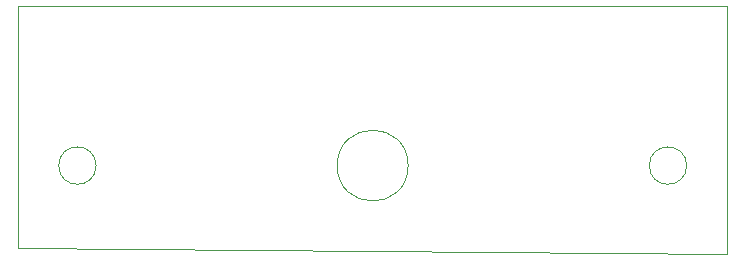
<source format=gbr>
%TF.GenerationSoftware,KiCad,Pcbnew,5.1.6-c6e7f7d~87~ubuntu18.04.1*%
%TF.CreationDate,2022-04-02T14:34:37-07:00*%
%TF.ProjectId,kelvin-probe,6b656c76-696e-42d7-9072-6f62652e6b69,rev?*%
%TF.SameCoordinates,Original*%
%TF.FileFunction,Profile,NP*%
%FSLAX46Y46*%
G04 Gerber Fmt 4.6, Leading zero omitted, Abs format (unit mm)*
G04 Created by KiCad (PCBNEW 5.1.6-c6e7f7d~87~ubuntu18.04.1) date 2022-04-02 14:34:37*
%MOMM*%
%LPD*%
G01*
G04 APERTURE LIST*
%TA.AperFunction,Profile*%
%ADD10C,0.100000*%
%TD*%
%TA.AperFunction,Profile*%
%ADD11C,0.050000*%
%TD*%
G04 APERTURE END LIST*
D10*
X107500000Y-46000000D02*
X107500000Y-67000000D01*
X47500000Y-46000000D02*
X107500000Y-46000000D01*
X47500000Y-66500000D02*
X47500000Y-46000000D01*
X107500000Y-67000000D02*
X47500000Y-66500000D01*
D11*
X54081139Y-59500000D02*
G75*
G03*
X54081139Y-59500000I-1581139J0D01*
G01*
X104081139Y-59500000D02*
G75*
G03*
X104081139Y-59500000I-1581139J0D01*
G01*
X80500000Y-59500000D02*
G75*
G03*
X80500000Y-59500000I-3000000J0D01*
G01*
M02*

</source>
